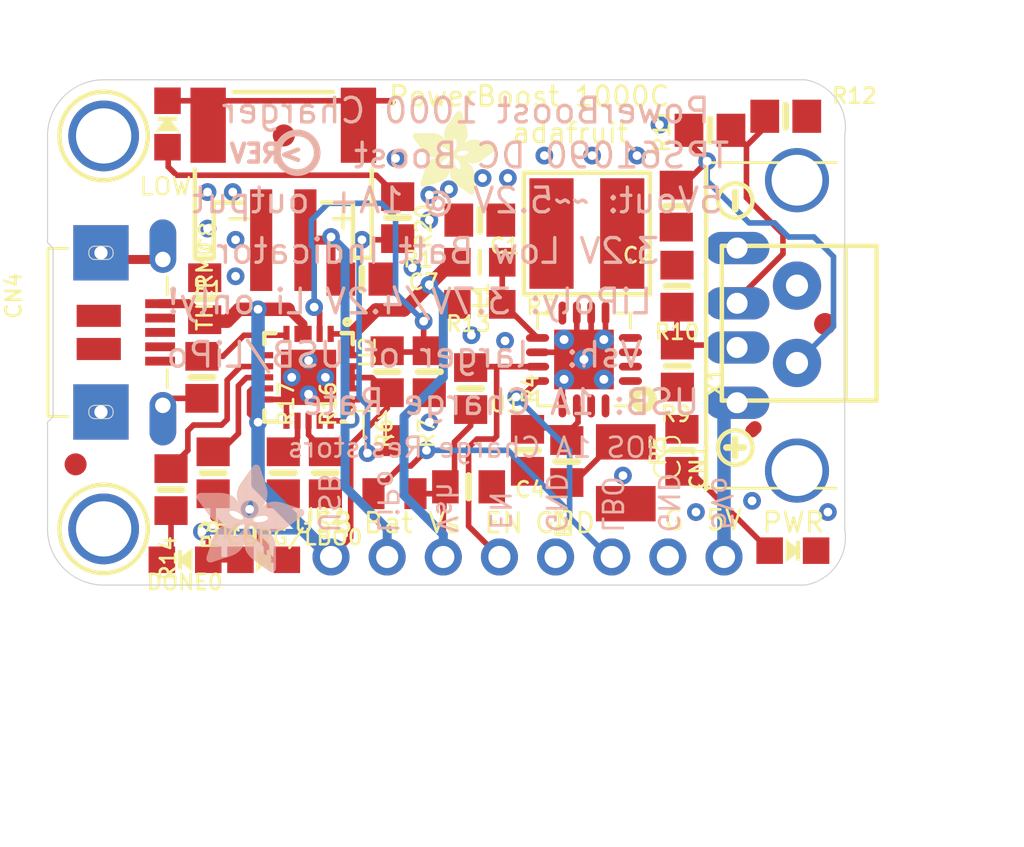
<source format=kicad_pcb>
(kicad_pcb (version 20211014) (generator pcbnew)
  (layers (0 "F.Cu" signal) (31 "B.Cu" signal) (34 "B.Paste" user) (35 "F.Paste" user) (36 "B.SilkS" user "B.Silkscreen") (37 "F.SilkS" user "F.Silkscreen") (38 "B.Mask" user) (39 "F.Mask" user) (44 "Edge.Cuts" user))
  (net 0 "")
  (net 1 "GND")
  (net 2 "N$1")
  (net 3 "N$3")
  (net 4 "5.0V")
  (net 5 "D+")
  (net 6 "D-")
  (net 7 "VBAT")
  (net 8 "N$2")
  (net 9 "ENABLE")
  (net 10 "N$5")
  (net 11 "N$6")
  (net 12 "LBO")
  (net 13 "N$4")
  (net 14 "N$7")
  (net 15 "N$9")
  (net 16 "N$11")
  (net 17 "N$16")
  (net 18 "N$10")
  (net 19 "VBUS")
  (net 20 "VLIPO")
  (net 21 "N$8")
  (net 22 "N$12")
  (net 23 "N$13")
  (footprint "boardEagle:0805-NO" (layer "F.Cu") (at 153.94542 110.8456 -90)
    (fp_text reference "R3")
    (fp_text value "1.87M")
  )
  (footprint "boardEagle:CHIPLED_0805_NOOUTLINE" (layer "F.Cu") (at 135.87942 95.5726)
    (fp_text reference "LED1" hide)
    (fp_text value "RED")
  )
  (footprint "boardEagle:SYMBOL_PLUS" (layer "F.Cu") (at 161.56542 110.2106)
    (fp_text reference "U$25" hide)
    (fp_text value "" hide)
  )
  (footprint "boardEagle:0805-NO" (layer "F.Cu") (at 149.59442 107.5446 90)
    (fp_text reference "R13")
    (fp_text value "200K")
  )
  (footprint "boardEagle:JSTPH2" (layer "F.Cu") (at 141.11842 97.1296)
    (fp_text reference "B1")
    (fp_text value "JST 2-PH")
  )
  (footprint "boardEagle:0805-NO" (layer "F.Cu") (at 159.15242 110.3376 -90)
    (fp_text reference "R5")
    (fp_text value "1K")
  )
  (footprint "boardEagle:0805-NO" (layer "F.Cu") (at 145.81742 106.7816 -90)
    (fp_text reference "R6")
    (fp_text value "270K")
  )
  (footprint "boardEagle:0805-NO" (layer "F.Cu") (at 158.89842 99.2886 -90)
    (fp_text reference "C2")
    (fp_text value "2.2uF")
  )
  (footprint "boardEagle:_0805MP" (layer "F.Cu") (at 150.00842 101.8286 180)
    (fp_text reference "R1")
    (fp_text value "1.87M")
  )
  (footprint "boardEagle:INDUCTOR_5X5MM_TDK_VLC5045" (layer "F.Cu") (at 154.85242 100.5296)
    (fp_text reference "L1")
    (fp_text value "6.8uH" hide)
  )
  (footprint "boardEagle:MOUNTINGHOLE_2.5_PLATED" (layer "F.Cu") (at 132.99042 113.8936)
    (fp_text reference "U$11" hide)
    (fp_text value "MOUNTINGHOLE2.5" hide)
  )
  (footprint "boardEagle:_0805MP" (layer "F.Cu") (at 150.00842 103.7336)
    (fp_text reference "R2")
    (fp_text value "340K")
  )
  (footprint "boardEagle:0805-NO" (layer "F.Cu") (at 146.29342 99.8106 -90)
    (fp_text reference "R20")
    (fp_text value "1K")
  )
  (footprint "boardEagle:0805-NO" (layer "F.Cu") (at 147.72242 106.7816 -90)
    (fp_text reference "R7")
    (fp_text value "100K")
  )
  (footprint "boardEagle:0805-NO" (layer "F.Cu") (at 152.16742 110.3376 90)
    (fp_text reference "R4")
    (fp_text value "200K")
  )
  (footprint "boardEagle:USB_HOST-PTH" (layer "F.Cu") (at 168.16942 104.6861 90)
    (fp_text reference "CN1")
    (fp_text value "USBA_FEMALE")
  )
  (footprint "boardEagle:CHIPLED_0805_NOOUTLINE" (layer "F.Cu") (at 164.17342 114.8776 -90)
    (fp_text reference "LED2" hide)
    (fp_text value "BLUE")
  )
  (footprint "boardEagle:0805-NO" (layer "F.Cu") (at 136.03842 112.1156 -90)
    (fp_text reference "R14")
    (fp_text value "1K")
  )
  (footprint "boardEagle:QFN20_4MM" (layer "F.Cu") (at 142.26142 107.0356 -90)
    (fp_text reference "U2")
    (fp_text value "MCP73871")
  )
  (footprint "boardEagle:1X08_ROUND" (layer "F.Cu") (at 152.16742 115.1636)
    (fp_text reference "JP2")
    (fp_text value "")
  )
  (footprint "boardEagle:4UCONN_20329" (layer "F.Cu") (at 134.76842 105.0036 -90)
    (fp_text reference "CN4")
    (fp_text value "MicroUSB")
    (fp_line (start -3.3 1.6) (end -3.3 2.2) (layer "Edge.Cuts") (width 0.05))
    (fp_line (start -3.9 2.2) (end -3.9 1.6) (layer "Edge.Cuts") (width 0.05))
    (fp_line (start 3.3 2.2) (end 3.3 1.6) (layer "Edge.Cuts") (width 0.05))
    (fp_line (start 3.9 1.6) (end 3.9 2.2) (layer "Edge.Cuts") (width 0.05))
    (fp_arc (start 3.6 1.35) (mid 3.801777 1.412868) (end 3.9 1.6) (layer "Edge.Cuts") (width 0.05))
    (fp_arc (start -3.6 1.35) (mid -3.398223 1.412868) (end -3.3 1.6) (layer "Edge.Cuts") (width 0.05))
    (fp_arc (start 3.9 2.2) (mid 3.801777 2.387132) (end 3.6 2.45) (layer "Edge.Cuts") (width 0.05))
    (fp_arc (start -3.3 2.2) (mid -3.398223 2.387132) (end -3.6 2.45) (layer "Edge.Cuts") (width 0.05))
    (fp_arc (start -3.6 2.45) (mid -3.801777 2.387132) (end -3.9 2.2) (layer "Edge.Cuts") (width 0.05))
    (fp_arc (start 3.3 1.6) (mid 3.398223 1.412868) (end 3.6 1.35) (layer "Edge.Cuts") (width 0.05))
    (fp_arc (start 3.6 2.45) (mid 3.398223 2.387132) (end 3.3 2.2) (layer "Edge.Cuts") (width 0.05))
    (fp_arc (start -3.9 1.6) (mid -3.801777 1.412868) (end -3.6 1.35) (layer "Edge.Cuts") (width 0.05))
  )
  (footprint "boardEagle:FIDUCIAL_1MM" (layer "F.Cu") (at 165.62942 104.6226)
    (fp_text reference "FID1" hide)
    (fp_text value "FIDUCIAL\"\"" hide)
  )
  (footprint "boardEagle:CHIPLED_0805_NOOUTLINE" (layer "F.Cu") (at 136.67342 115.2906 90)
    (fp_text reference "DONE0")
    (fp_text value "GREEN")
  )
  (footprint "boardEagle:0805-NO" (layer "F.Cu") (at 143.02342 111.3536 90)
    (fp_text reference "R16")
    (fp_text value "1.0K")
  )
  (footprint "boardEagle:SYMBOL_MINUS" (layer "F.Cu") (at 161.56542 99.0346 90)
    (fp_text reference "U$26" hide)
    (fp_text value "" hide)
  )
  (footprint "boardEagle:0805-NO" (layer "F.Cu") (at 141.11842 111.3536 90)
    (fp_text reference "R17")
    (fp_text value "100K")
  )
  (footprint "boardEagle:C1210" (layer "F.Cu") (at 156.61242 111.3536 -90)
    (fp_text reference "C6")
    (fp_text value "100uF")
  )
  (footprint "boardEagle:PVQFN-16" (layer "F.Cu") (at 154.72142 106.2276 180)
    (fp_text reference "U1")
    (fp_text value "TPS61090RSAR")
  )
  (footprint "boardEagle:FIDUCIAL_1MM" (layer "F.Cu") (at 141.14242 96.0906 90)
    (fp_text reference "FID2" hide)
    (fp_text value "FIDUCIAL\"\"" hide)
  )
  (footprint "boardEagle:0805-NO" (layer "F.Cu") (at 150.00842 99.9236 180)
    (fp_text reference "C1")
    (fp_text value "10uF")
  )
  (footprint "boardEagle:ADAFRUIT_3.5MM" (layer "F.Cu") (at 146.96042 98.7806)
    (fp_text reference "U$45" hide)
    (fp_text value "" hide)
  )
  (footprint "boardEagle:MOUNTINGHOLE_2.5_PLATED" (layer "F.Cu") (at 132.99042 96.1136)
    (fp_text reference "U$10" hide)
    (fp_text value "MOUNTINGHOLE2.5" hide)
  )
  (footprint "boardEagle:0805-NO" (layer "F.Cu") (at 137.43542 107.0356 90)
    (fp_text reference "THERM0")
    (fp_text value "15K")
  )
  (footprint "boardEagle:0805-NO" (layer "F.Cu") (at 158.93042 102.9106 90)
    (fp_text reference "R10")
    (fp_text value "49.9K")
  )
  (footprint "boardEagle:0805-NO" (layer "F.Cu") (at 160.42242 95.8596 180)
    (fp_text reference "R11")
    (fp_text value "75K 1%")
  )
  (footprint "boardEagle:0805-NO" (layer "F.Cu") (at 158.94842 106.5266 -90)
    (fp_text reference "R9")
    (fp_text value "43K")
  )
  (footprint "boardEagle:0805-NO" (layer "F.Cu") (at 163.85142 95.2246)
    (fp_text reference "R12")
    (fp_text value "49.9K 1%")
  )
  (footprint "boardEagle:TERMBLOCK_1X2-3.5MM" (layer "F.Cu") (at 164.35942 104.6861 90)
    (fp_text reference "X1")
    (fp_text value "")
  )
  (footprint "boardEagle:FIDUCIAL_1MM" (layer "F.Cu") (at 131.72042 110.9726)
    (fp_text reference "FID3" hide)
    (fp_text value "FIDUCIAL\"\"" hide)
  )
  (footprint "boardEagle:0805-NO" (layer "F.Cu") (at 137.94342 111.3536 -90)
    (fp_text reference "R8")
    (fp_text value "1K")
  )
  (footprint "boardEagle:SC59-BEC" (layer "F.Cu") (at 146.14762 111.0996)
    (fp_text reference "T1")
    (fp_text value "MMUN2133LT1G")
  )
  (footprint "boardEagle:0805-NO" (layer "F.Cu") (at 144.67442 102.5906)
    (fp_text reference "C7")
    (fp_text value "10uF")
  )
  (footprint "boardEagle:0805_10MGAP" (layer "F.Cu") (at 149.50042 111.9886)
    (fp_text reference "C4")
    (fp_text value "0.1uF")
  )
  (footprint "boardEagle:CHIPLED_0805_NOOUTLINE" (layer "F.Cu") (at 140.22942 115.2906 -90)
    (fp_text reference "CHRG/LBO0")
    (fp_text value "ORANGE")
  )
  (footprint "boardEagle:0805-NO" (layer "F.Cu") (at 137.56242 103.4796 90)
    (fp_text reference "C8")
    (fp_text value "10uF")
  )
  (footprint "boardEagle:PCBFEAT-REV-040" (layer "B.Cu") (at 141.75342 96.8756 180)
    (fp_text reference "U$12" hide)
    (fp_text value "" hide)
  )
  (footprint "boardEagle:ADAFRUIT_5MM" (layer "B.Cu") (at 137.20242 115.8576 90)
    (fp_text reference "U$28" hide)
    (fp_text value "" hide)
  )
  (gr_line (start 130.45042 109.0676) (end 130.45042 113.8936) (layer "Edge.Cuts") (width 0.05))
  (gr_line (start 132.99042 116.4336) (end 164.74042 116.4336) (layer "Edge.Cuts") (width 0.05))
  (gr_arc (start 130.45042 96.1136) (mid 131.194369 94.317549) (end 132.99042 93.5736) (layer "Edge.Cuts") (width 0.05))
  (gr_line (start 130.45042 96.1136) (end 130.45042 100.9396) (layer "Edge.Cuts") (width 0.05))
  (gr_line (start 130.70442 101.1936) (end 130.70442 108.8136) (layer "Edge.Cuts") (width 0.05))
  (gr_line (start 166.51842 113.8936) (end 166.51842 96.1136) (layer "Edge.Cuts") (width 0.05))
  (gr_line (start 164.74042 93.5736) (end 132.99042 93.5736) (layer "Edge.Cuts") (width 0.05))
  (gr_arc (start 164.74042 93.5736) (mid 166.155471 94.475364) (end 166.51842 96.1136) (layer "Edge.Cuts") (width 0.05))
  (gr_line (start 130.45042 100.9396) (end 130.70442 101.1936) (layer "Edge.Cuts") (width 0.05))
  (gr_line (start 130.70442 108.8136) (end 130.45042 109.0676) (layer "Edge.Cuts") (width 0.05))
  (gr_arc (start 132.99042 116.4336) (mid 131.194369 115.689651) (end 130.45042 113.8936) (layer "Edge.Cuts") (width 0.05))
  (gr_arc (start 166.51842 113.8936) (mid 166.155471 115.531836) (end 164.74042 116.4336) (layer "Edge.Cuts") (width 0.05))
  (gr_text "TPS61090 DC Boost" (at 152.80242 97.0026) (layer "B.SilkS") (effects (font (size 1.1176 1.1176) (thickness 0.1524)) (justify mirror)))
  (gr_text "EN" (at 150.38942 114.0206 -90) (layer "B.SilkS") (effects (font (size 0.89408 0.89408) (thickness 0.12192)) (justify left bottom mirror)))
  (gr_text "USB: 1A Charge Rate" (at 160.04142 108.8136) (layer "B.SilkS") (effects (font (size 1.1176 1.1176) (thickness 0.1524)) (justify left bottom mirror)))
  (gr_text "GND" (at 152.92942 114.1476 -90) (layer "B.SilkS") (effects (font (size 0.89408 0.89408) (thickness 0.12192)) (justify left bottom mirror)))
  (gr_text "LiPoly: 3.7V/4.2V Li only!" (at 146.83342 103.6066) (layer "B.SilkS") (effects (font (size 1.1176 1.1176) (thickness 0.1524)) (justify mirror)))
  (gr_text "5Vo" (at 160.42242 114.0206 -90) (layer "B.SilkS") (effects (font (size 0.89408 0.89408) (thickness 0.12192)) (justify left bottom mirror)))
  (gr_text "LBO" (at 155.46942 114.1476 -90) (layer "B.SilkS") (effects (font (size 0.89408 0.89408) (thickness 0.12192)) (justify left bottom mirror)))
  (gr_text "iOS 1A Charge Resistors" (at 149.62742 110.2106) (layer "B.SilkS") (effects (font (size 0.89408 0.89408) (thickness 0.12192)) (justify mirror)))
  (gr_text "GND" (at 158.00942 114.1476 -90) (layer "B.SilkS") (effects (font (size 0.89408 0.89408) (thickness 0.12192)) (justify left bottom mirror)))
  (gr_text "USB" (at 142.64242 114.1476 -90) (layer "B.SilkS") (effects (font (size 0.89408 0.89408) (thickness 0.12192)) (justify left bottom mirror)))
  (gr_text "PowerBoost 1000 Charger" (at 149.37342 94.9706) (layer "B.SilkS") (effects (font (size 1.1176 1.1176) (thickness 0.1524)) (justify mirror)))
  (gr_text "LiPo" (at 145.30942 114.1476 -90) (layer "B.SilkS") (effects (font (size 0.89408 0.89408) (thickness 0.12192)) (justify left bottom mirror)))
  (gr_text "Vsh" (at 147.97642 114.1476 -90) (layer "B.SilkS") (effects (font (size 0.89408 0.89408) (thickness 0.12192)) (justify left bottom mirror)))
  (gr_text "3.2V Low Batt Indicator" (at 148.10342 101.3206) (layer "B.SilkS") (effects (font (size 1.1176 1.1176) (thickness 0.1524)) (justify mirror)))
  (gr_text "5Vout: ~~5.2V @ 1A+ output" (at 148.99242 99.0346) (layer "B.SilkS") (effects (font (size 1.1176 1.1176) (thickness 0.1524)) (justify mirror)))
  (gr_text "Vsh:  larger of USB/LiPo" (at 146.57942 106.0196) (layer "B.SilkS") (effects (font (size 1.1176 1.1176) (thickness 0.1524)) (justify mirror)))
  (gr_text "adafruit" (at 151.40542 96.4946) (layer "F.SilkS") (effects (font (size 0.89408 0.89408) (thickness 0.12192)) (justify left bottom)))
  (gr_text "chrg" (at 137.05442 114.4016) (layer "F.SilkS") (effects (font (size 0.89408 0.89408) (thickness 0.12192)) (justify left bottom)))
  (gr_text "PWR" (at 164.20042 113.6026) (layer "F.SilkS") (effects (font (size 0.89408 0.89408) (thickness 0.12192))))
  (gr_text "LOW" (at 135.78442 98.3996) (layer "F.SilkS") (effects (font (size 0.78232 0.78232) (thickness 0.10668))))
  (gr_text "Vs" (at 147.59542 114.1476) (layer "F.SilkS") (effects (font (size 0.89408 0.89408) (thickness 0.12192)) (justify left bottom)))
  (gr_text "+" (at 143.02342 100.4316) (layer "F.SilkS") (effects (font (size 1.1176 1.1176) (thickness 0.1524)) (justify left bottom)))
  (gr_text "USB" (at 141.49942 114.1476) (layer "F.SilkS") (effects (font (size 0.89408 0.89408) (thickness 0.12192)) (justify left bottom)))
  (gr_text "5V" (at 160.16842 114.0206) (layer "F.SilkS") (effects (font (size 0.89408 0.89408) (thickness 0.12192)) (justify left bottom)))
  (gr_text "Bat" (at 144.67442 114.1476) (layer "F.SilkS") (effects (font (size 0.89408 0.89408) (thickness 0.12192)) (justify left bottom)))
  (gr_text "PowerBoost 1000C" (at 145.81742 94.8436) (layer "F.SilkS") (effects (font (size 0.89408 0.89408) (thickness 0.12192)) (justify left bottom)))
  (gr_text "G" (at 158.26342 114.0206) (layer "F.SilkS") (effects (font (size 0.89408 0.89408) (thickness 0.12192)) (justify left bottom)))
  (gr_text "-" (at 138.32442 100.4316) (layer "F.SilkS") (effects (font (size 1.1176 1.1176) (thickness 0.1524)) (justify left bottom)))
  (gr_text "GND" (at 152.42142 114.1476) (layer "F.SilkS") (effects (font (size 0.89408 0.89408) (thickness 0.12192)) (justify left bottom)))
  (gr_text "EN" (at 150.13542 114.1476) (layer "F.SilkS") (effects (font (size 0.89408 0.89408) (thickness 0.12192)) (justify left bottom)))
  (segment (start 152.62142 105.9026) (end 154.06242 105.9026) (width 0.254) (layer "F.Cu") (net 1))
  (segment (start 140.29642 108.0356) (end 142.02342 108.0356) (width 0.254) (layer "F.Cu") (net 1))
  (segment (start 141.26142 107.2736) (end 141.49942 107.0356) (width 0.254) (layer "F.Cu") (net 1))
  (segment (start 153.89142 105.2576) (end 153.82142 105.3276) (width 0.254) (layer "F.Cu") (net 1))
  (segment (start 146.00442 94.5226) (end 146.07142 94.5896) (width 0.254) (layer "F.Cu") (net 1))
  (segment (start 154.39642 105.1876) (end 154.32642 105.2576) (width 0.254) (layer "F.Cu") (net 1))
  (segment (start 154.39642 104.1276) (end 154.39642 105.1876) (width 0.254) (layer "F.Cu") (net 1))
  (segment (start 155.04642 104.1276) (end 155.04642 105.4696) (width 0.254) (layer "F.Cu") (net 1))
  (segment (start 135.66842 108.1786) (end 135.66842 108.3036) (width 0.254) (layer "F.Cu") (net 1))
  (segment (start 137.43542 107.9856) (end 135.98642 107.9856) (width 0.254) (layer "F.Cu") (net 1))
  (segment (start 154.06242 105.9026) (end 154.07242 105.8926) (width 0.254) (layer "F.Cu") (net 1))
  (segment (start 155.69642 105.2526) (end 155.62142 105.3276) (width 0.254) (layer "F.Cu") (net 1))
  (segment (start 135.78442 108.1786) (end 135.66842 108.1786) (width 0.254) (layer "F.Cu") (net 1))
  (segment (start 153.74642 108.3276) (end 153.74642 107.3616) (width 0.254) (layer "F.Cu") (net 1))
  (segment (start 142.02342 108.0356) (end 142.26142 107.7976) (width 0.254) (layer "F.Cu") (net 1))
  (segment (start 135.87942 94.5226) (end 146.00442 94.5226) (width 0.254) (layer "F.Cu") (net 1))
  (segment (start 135.66842 101.7036) (end 133.29542 101.7036) (width 0.4064) (layer "F.Cu") (net 1))
  (segment (start 155.69642 104.1276) (end 155.69642 105.2526) (width 0.254) (layer "F.Cu") (net 1))
  (segment (start 153.85642 107.1626) (end 153.82142 107.1276) (width 0.254) (layer "F.Cu") (net 1))
  (segment (start 153.82142 105.6416) (end 154.07242 105.8926) (width 0.254) (layer "F.Cu") (net 1))
  (segment (start 153.94542 107.1626) (end 153.85642 107.1626) (width 0.254) (layer "F.Cu") (net 1))
  (segment (start 153.82142 105.3276) (end 153.82142 105.6416) (width 0.254) (layer "F.Cu") (net 1))
  (segment (start 153.74642 107.3616) (end 153.94542 107.1626) (width 0.254) (layer "F.Cu") (net 1))
  (segment (start 135.35942 108.6036) (end 135.78442 108.1786) (width 0.4064) (layer "F.Cu") (net 1))
  (segment (start 141.26142 109.0006) (end 141.26142 107.2736) (width 0.254) (layer "F.Cu") (net 1))
  (segment (start 155.04642 105.4696) (end 155.21542 105.6386) (width 0.254) (layer "F.Cu") (net 1))
  (segment (start 135.98642 107.9856) (end 135.66842 108.3036) (width 0.254) (layer "F.Cu") (net 1))
  (segment (start 154.32642 105.2576) (end 153.89142 105.2576) (width 0.254) (layer "F.Cu") (net 1))
  (via (at 155.08842 97.0026) (size 0.8001) (drill 0.3937) (layers "F.Cu" "B.Cu") (net 1))
  (via (at 147.72242 98.7806) (size 0.8001) (drill 0.3937) (layers "F.Cu" "B.Cu") (net 1))
  (via (at 156.48542 111.4806) (size 0.8001) (drill 0.3937) (layers "F.Cu" "B.Cu") (net 1))
  (via (at 142.26142 106.2736) (size 0.8001) (drill 0.3937) (layers "F.Cu" "B.Cu") (net 1))
  (via (at 146.19842 97.1296) (size 0.8001) (drill 0.3937) (layers "F.Cu" "B.Cu") (net 1))
  (via (at 147.72242 99.9236) (size 0.8001) (drill 0.3937) (layers "F.Cu" "B.Cu") (net 1))
  (via (at 137.68942 100.3046) (size 0.8001) (drill 0.3937) (layers "F.Cu" "B.Cu") (net 1))
  (via (at 138.83242 98.6536) (size 0.8001) (drill 0.3937) (layers "F.Cu" "B.Cu") (net 1))
  (via (at 143.02342 107.0356) (size 0.8001) (drill 0.3937) (layers "F.Cu" "B.Cu") (net 1))
  (via (at 162.32742 112.6236) (size 0.8001) (drill 0.3937) (layers "F.Cu" "B.Cu") (net 1))
  (via (at 148.61142 98.5266) (size 0.8001) (drill 0.3937) (layers "F.Cu" "B.Cu") (net 1))
  (via (at 147.72242 109.0676) (size 0.8001) (drill 0.3937) (layers "F.Cu" "B.Cu") (net 1))
  (via (at 158.13642 95.6056) (size 0.8001) (drill 0.3937) (layers "F.Cu" "B.Cu") (net 1))
  (via (at 157.12042 97.0026) (size 0.8001) (drill 0.3937) (layers "F.Cu" "B.Cu") (net 1))
  (via (at 138.95942 102.4636) (size 0.8001) (drill 0.3937) (layers "F.Cu" "B.Cu") (net 1))
  (via (at 165.75642 113.1316) (size 0.8001) (drill 0.3937) (layers "F.Cu" "B.Cu") (net 1))
  (via (at 142.26142 107.7976) (size 0.8001) (drill 0.3937) (layers "F.Cu" "B.Cu") (net 1))
  (via (at 139.59442 113.0046) (size 0.8001) (drill 0.3937) (layers "F.Cu" "B.Cu") (net 1))
  (via (at 159.78742 113.1316) (size 0.8001) (drill 0.3937) (layers "F.Cu" "B.Cu") (net 1))
  (via (at 141.49942 107.0356) (size 0.8001) (drill 0.3937) (layers "F.Cu" "B.Cu") (net 1))
  (via (at 138.95942 100.8126) (size 0.8001) (drill 0.3937) (layers "F.Cu" "B.Cu") (net 1))
  (via (at 151.27842 98.0186) (size 0.8001) (drill 0.3937) (layers "F.Cu" "B.Cu") (net 1))
  (via (at 146.96042 102.0826) (size 0.8001) (drill 0.3937) (layers "F.Cu" "B.Cu") (net 1))
  (via (at 150.13542 98.0186) (size 0.8001) (drill 0.3937) (layers "F.Cu" "B.Cu") (net 1))
  (via (at 137.68942 98.6536) (size 0.8001) (drill 0.3937) (layers "F.Cu" "B.Cu") (net 1))
  (via (at 151.15142 105.3846) (size 0.8001) (drill 0.3937) (layers "F.Cu" "B.Cu") (net 1))
  (via (at 152.92942 97.0026) (size 0.8001) (drill 0.3937) (layers "F.Cu" "B.Cu") (net 1))
  (via (at 149.62742 105.1306) (size 0.8001) (drill 0.3937) (layers "F.Cu" "B.Cu") (net 1))
  (segment (start 152.62142 105.2526) (end 151.46642 104.0976) (width 0.254) (layer "F.Cu") (net 3))
  (segment (start 151.46642 104.0976) (end 151.38842 104.0976) (width 0.254) (layer "F.Cu") (net 3))
  (segment (start 151.38842 104.0976) (end 151.02442 103.7336) (width 0.254) (layer "F.Cu") (net 3))
  (segment (start 151.02442 101.8286) (end 151.02442 103.7336) (width 0.254) (layer "F.Cu") (net 3))
  (segment (start 159.21342 98.3386) (end 160.29542 97.2566) (width 0.254) (layer "F.Cu") (net 4))
  (segment (start 154.26542 111.7956) (end 153.94542 111.7956) (width 0.254) (layer "F.Cu") (net 4))
  (segment (start 159.47242 95.8596) (end 159.47242 96.4336) (width 0.254) (layer "F.Cu") (net 4))
  (segment (start 155.46942 110.5916) (end 154.26542 111.7956) (width 0.254) (layer "F.Cu") (net 4))
  (segment (start 162.83542 108.0516) (end 162.58142 108.0516) (width 0.254) (layer "F.Cu") (net 4))
  (segment (start 155.97442 110.5916) (end 156.61242 109.9536) (width 0.254) (layer "F.Cu") (net 4))
  (segment (start 162.44692 108.1861) (end 161.64942 108.1861) (width 0.254) (layer "F.Cu") (net 4))
  (segment (start 159.47242 96.4336) (end 160.29542 97.2566) (width 0.254) (layer "F.Cu") (net 4))
  (segment (start 162.58142 108.0516) (end 162.44692 108.1861) (width 0.254) (layer "F.Cu") (net 4))
  (segment (start 155.46942 110.5916) (end 155.97442 110.5916) (width 0.254) (layer "F.Cu") (net 4))
  (segment (start 158.89842 98.3386) (end 159.21342 98.3386) (width 0.254) (layer "F.Cu") (net 4))
  (segment (start 162.32742 109.4486) (end 162.45442 109.3216) (width 0.6096) (layer "F.Cu") (net 4))
  (via (at 160.29542 97.2566) (size 0.8001) (drill 0.3937) (layers "F.Cu" "B.Cu") (net 4))
  (segment (start 166.01042 104.7351) (end 164.35942 106.3861) (width 0.254) (layer "B.Cu") (net 4))
  (segment (start 163.34342 100.0506) (end 163.97842 100.6856) (width 0.254) (layer "B.Cu") (net 4))
  (segment (start 166.01042 101.5746) (end 166.01042 104.7351) (width 0.254) (layer "B.Cu") (net 4))
  (segment (start 162.20042 100.0506) (end 163.34342 100.0506) (width 0.254) (layer "B.Cu") (net 4))
  (segment (start 161.05742 108.7781) (end 161.64942 108.1861) (width 0.6096) (layer "B.Cu") (net 4))
  (segment (start 163.97842 100.6856) (end 165.12142 100.6856) (width 0.254) (layer "B.Cu") (net 4))
  (segment (start 165.12142 100.6856) (end 166.01042 101.5746) (width 0.254) (layer "B.Cu") (net 4))
  (segment (start 160.29542 98.1456) (end 162.20042 100.0506) (width 0.254) (layer "B.Cu") (net 4))
  (segment (start 161.05742 115.1636) (end 161.05742 108.7781) (width 0.6096) (layer "B.Cu") (net 4))
  (segment (start 160.29542 97.2566) (end 160.29542 98.1456) (width 0.254) (layer "B.Cu") (net 4))
  (segment (start 161.64942 103.5226) (end 161.64942 103.6861) (width 0.254) (layer "F.Cu") (net 5))
  (segment (start 163.72442 101.4476) (end 161.64942 103.5226) (width 0.254) (layer "F.Cu") (net 5))
  (segment (start 162.07342 98.9076) (end 162.07342 96.5606) (width 0.254) (layer "F.Cu") (net 5))
  (segment (start 162.07342 98.9076) (end 163.72442 100.5586) (width 0.254) (layer "F.Cu") (net 5))
  (segment (start 162.90142 95.2246) (end 162.90142 95.7326) (width 0.254) (layer "F.Cu") (net 5))
  (segment (start 163.72442 100.5586) (end 163.72442 101.4476) (width 0.254) (layer "F.Cu") (net 5))
  (segment (start 162.07342 96.5606) (end 161.37242 95.8596) (width 0.254) (layer "F.Cu") (net 5))
  (segment (start 162.90142 95.7326) (end 162.07342 96.5606) (width 0.254) (layer "F.Cu") (net 5))
  (segment (start 158.94842 105.5766) (end 161.53992 105.5766) (width 0.254) (layer "F.Cu") (net 6))
  (segment (start 158.93042 105.5586) (end 158.94842 105.5766) (width 0.254) (layer "F.Cu") (net 6))
  (segment (start 161.53992 105.5766) (end 161.64942 105.6861) (width 0.254) (layer "F.Cu") (net 6))
  (segment (start 158.93042 103.8606) (end 158.93042 105.5586) (width 0.254) (layer "F.Cu") (net 6))
  (segment (start 148.99242 101.9556) (end 148.99242 101.8286) (width 0.6096) (layer "F.Cu") (net 7))
  (segment (start 148.35742 112.0816) (end 148.45042 111.9886) (width 0.3048) (layer "F.Cu") (net 7))
  (segment (start 149.59442 108.4946) (end 149.59442 109.2276) (width 0.254) (layer "F.Cu") (net 7))
  (segment (start 143.26142 105.0706) (end 144.10642 105.0706) (width 0.254) (layer "F.Cu") (net 7))
  (segment (start 148.35742 112.9436) (end 148.35742 112.0816) (width 0.3048) (layer "F.Cu") (net 7))
  (segment (start 148.13942 112.2996) (end 148.45042 111.9886) (width 0.254) (layer "F.Cu") (net 7))
  (segment (start 144.22642 105.295807) (end 144.279023 105.243204) (width 0.254) (layer "F.Cu") (net 7))
  (segment (start 144.22642 106.0356) (end 144.22642 105.295807) (width 0.254) (layer "F.Cu") (net 7))
  (segment (start 144.10642 105.0706) (end 144.16642 105.1306) (width 0.254) (layer "F.Cu") (net 7))
  (segment (start 147.09762 112.2996) (end 148.13942 112.2996) (width 0.254) (layer "F.Cu") (net 7))
  (segment (start 149.59442 109.2276) (end 148.86542 109.9566) (width 0.254) (layer "F.Cu") (net 7))
  (segment (start 145.30942 103.9876) (end 146.57942 103.9876) (width 0.6096) (layer "F.Cu") (net 7))
  (segment (start 144.16642 105.1306) (end 145.30942 103.9876) (width 0.6096) (layer "F.Cu") (net 7))
  (segment (start 148.35742 112.9436) (end 148.35742 115.1636) (width 0.254) (layer "F.Cu") (net 7))
  (segment (start 147.72242 102.8446) (end 148.61142 101.9556) (width 0.6096) (layer "F.Cu") (net 7))
  (segment (start 146.57942 103.9876) (end 147.72242 102.8446) (width 0.6096) (layer "F.Cu") (net 7))
  (segment (start 148.61142 101.9556) (end 148.99242 101.9556) (width 0.6096) (layer "F.Cu") (net 7))
  (segment (start 144.279023 105.243204) (end 144.16642 105.1306) (width 0.254) (layer "F.Cu") (net 7))
  (segment (start 148.86542 111.5736) (end 148.45042 111.9886) (width 0.254) (layer "F.Cu") (net 7))
  (segment (start 148.86542 109.9566) (end 148.86542 111.5736) (width 0.254) (layer "F.Cu") (net 7))
  (via (at 147.72242 102.8446) (size 0.8001) (drill 0.3937) (layers "F.Cu" "B.Cu") (net 7))
  (segment (start 147.72242 102.8446) (end 148.35742 103.4796) (width 0.4064) (layer "B.Cu") (net 7))
  (segment (start 146.57942 108.8136) (end 146.57942 112.3696) (width 0.4064) (layer "B.Cu") (net 7))
  (segment (start 148.35742 114.1476) (end 148.35742 115.1636) (width 0.4064) (layer "B.Cu") (net 7))
  (segment (start 148.35742 103.4796) (end 148.35742 107.0356) (width 0.4064) (layer "B.Cu") (net 7))
  (segment (start 148.35742 107.0356) (end 146.57942 108.8136) (width 0.4064) (layer "B.Cu") (net 7))
  (segment (start 146.57942 112.3696) (end 148.35742 114.1476) (width 0.4064) (layer "B.Cu") (net 7))
  (segment (start 146.29342 98.8606) (end 145.32442 97.8916) (width 0.254) (layer "F.Cu") (net 8))
  (segment (start 135.91142 97.5106) (end 135.91142 96.6546) (width 0.254) (layer "F.Cu") (net 8))
  (segment (start 136.29242 97.8916) (end 135.91142 97.5106) (width 0.254) (layer "F.Cu") (net 8))
  (segment (start 145.32442 97.8916) (end 136.29242 97.8916) (width 0.254) (layer "F.Cu") (net 8))
  (segment (start 135.91142 96.6546) (end 135.87942 96.6226) (width 0.254) (layer "F.Cu") (net 8))
  (segment (start 149.50042 113.7666) (end 149.50042 110.2106) (width 0.254) (layer "F.Cu") (net 9))
  (segment (start 149.88142 109.8296) (end 150.64342 109.8296) (width 0.254) (layer "F.Cu") (net 9))
  (segment (start 152.62142 106.5526) (end 150.77042 106.5526) (width 0.254) (layer "F.Cu") (net 9))
  (segment (start 150.64342 109.8296) (end 150.77042 109.7026) (width 0.254) (layer "F.Cu") (net 9))
  (segment (start 149.63642 106.5526) (end 149.59442 106.5946) (width 0.254) (layer "F.Cu") (net 9))
  (segment (start 150.77042 106.5526) (end 149.63642 106.5526) (width 0.254) (layer "F.Cu") (net 9))
  (segment (start 149.50042 113.7666) (end 150.89742 115.1636) (width 0.254) (layer "F.Cu") (net 9))
  (segment (start 149.50042 110.2106) (end 149.88142 109.8296) (width 0.254) (layer "F.Cu") (net 9))
  (segment (start 150.77042 109.7026) (end 150.77042 106.5526) (width 0.254) (layer "F.Cu") (net 9))
  (segment (start 154.19942 109.3216) (end 154.45342 109.0676) (width 0.254) (layer "F.Cu") (net 10))
  (segment (start 153.94542 109.8956) (end 153.94542 109.5756) (width 0.254) (layer "F.Cu") (net 10))
  (segment (start 152.16742 109.3876) (end 152.16742 109.3216) (width 0.254) (layer "F.Cu") (net 10))
  (segment (start 152.16742 109.3216) (end 154.19942 109.3216) (width 0.254) (layer "F.Cu") (net 10))
  (segment (start 154.45342 109.0676) (end 154.45342 108.3846) (width 0.254) (layer "F.Cu") (net 10))
  (segment (start 154.45342 108.3846) (end 154.39642 108.3276) (width 0.254) (layer "F.Cu") (net 10))
  (segment (start 153.94542 109.5756) (end 154.19942 109.3216) (width 0.254) (layer "F.Cu") (net 10))
  (segment (start 145.58262 110.4646) (end 146.14762 109.8996) (width 0.254) (layer "F.Cu") (net 11))
  (segment (start 144.67442 100.8126) (end 146.24142 100.8126) (width 0.254) (layer "F.Cu") (net 11))
  (segment (start 146.24142 100.8126) (end 146.29342 100.7606) (width 0.254) (layer "F.Cu") (net 11))
  (segment (start 144.92842 110.4646) (end 145.58262 110.4646) (width 0.254) (layer "F.Cu") (net 11))
  (via (at 144.92842 110.4646) (size 0.8001) (drill 0.3937) (layers "F.Cu" "B.Cu") (net 11))
  (via (at 144.67442 100.8126) (size 0.8001) (drill 0.3937) (layers "F.Cu" "B.Cu") (net 11))
  (segment (start 144.54742 107.9246) (end 144.92842 108.3056) (width 0.254) (layer "B.Cu") (net 11))
  (segment (start 144.54742 100.9396) (end 144.54742 107.9246) (width 0.254) (layer "B.Cu") (net 11))
  (segment (start 144.67442 100.8126) (end 144.54742 100.9396) (width 0.254) (layer "B.Cu") (net 11))
  (segment (start 144.92842 108.3056) (end 144.92842 110.4646) (width 0.254) (layer "B.Cu") (net 11))
  (segment (start 147.59542 110.3376) (end 146.88822 111.0448) (width 0.254) (layer "F.Cu") (net 12))
  (segment (start 146.45242 111.0448) (end 145.19762 112.2996) (width 0.254) (layer "F.Cu") (net 12))
  (segment (start 146.88822 111.0448) (end 146.45242 111.0448) (width 0.254) (layer "F.Cu") (net 12))
  (segment (start 152.62142 107.2026) (end 151.89942 107.9246) (width 0.254) (layer "F.Cu") (net 12))
  (segment (start 151.89942 107.9246) (end 151.65942 107.9246) (width 0.254) (layer "F.Cu") (net 12))
  (via (at 151.65942 107.9246) (size 0.8001) (drill 0.3937) (layers "F.Cu" "B.Cu") (net 12))
  (via (at 147.59542 110.3376) (size 0.8001) (drill 0.3937) (layers "F.Cu" "B.Cu") (net 12))
  (segment (start 154.07242 113.1316) (end 154.07242 113.3856) (width 0.254) (layer "B.Cu") (net 12))
  (segment (start 155.85042 115.1636) (end 155.97742 115.1636) (width 0.254) (layer "B.Cu") (net 12))
  (segment (start 154.07242 113.3856) (end 155.85042 115.1636) (width 0.254) (layer "B.Cu") (net 12))
  (segment (start 151.65942 107.9246) (end 154.07242 110.3376) (width 0.254) (layer "B.Cu") (net 12))
  (segment (start 147.59542 110.3376) (end 151.27842 110.3376) (width 0.254) (layer "B.Cu") (net 12))
  (segment (start 151.27842 110.3376) (end 154.07242 113.1316) (width 0.254) (layer "B.Cu") (net 12))
  (segment (start 154.07242 110.3376) (end 154.07242 113.1316) (width 0.254) (layer "B.Cu") (net 12))
  (segment (start 159.15242 111.2876) (end 159.53342 111.2876) (width 0.254) (layer "F.Cu") (net 13))
  (segment (start 159.53342 111.2876) (end 163.12342 114.8776) (width 0.254) (layer "F.Cu") (net 13))
  (segment (start 142.76142 105.0706) (end 142.76142 104.1066) (width 0.254) (layer "F.Cu") (net 14))
  (segment (start 147.66142 105.8926) (end 147.72242 105.8316) (width 0.254) (layer "F.Cu") (net 14))
  (segment (start 147.46842 104.4956) (end 147.46842 105.5776) (width 0.254) (layer "F.Cu") (net 14))
  (segment (start 142.76142 104.1066) (end 142.51542 103.8606) (width 0.254) (layer "F.Cu") (net 14))
  (segment (start 147.46842 105.5776) (end 147.72242 105.8316) (width 0.254) (layer "F.Cu") (net 14))
  (segment (start 145.81742 105.8316) (end 145.88342 105.8316) (width 0.254) (layer "F.Cu") (net 14))
  (segment (start 147.72242 105.8316) (end 147.78342 105.8926) (width 0.254) (layer "F.Cu") (net 14))
  (segment (start 145.94442 105.8926) (end 147.66142 105.8926) (width 0.254) (layer "F.Cu") (net 14))
  (segment (start 145.88342 105.8316) (end 145.94442 105.8926) (width 0.254) (layer "F.Cu") (net 14))
  (via (at 147.46842 104.4956) (size 0.8001) (drill 0.3937) (layers "F.Cu" "B.Cu") (net 14))
  (via (at 142.51542 103.8606) (size 0.8001) (drill 0.3937) (layers "F.Cu" "B.Cu") (net 14))
  (segment (start 142.51542 101.1936) (end 142.38842 101.0666) (width 0.254) (layer "B.Cu") (net 14))
  (segment (start 142.51542 103.8606) (end 142.51542 101.1936) (width 0.254) (layer "B.Cu") (net 14))
  (segment (start 142.38842 101.0666) (end 142.38842 99.9236) (width 0.254) (layer "B.Cu") (net 14))
  (segment (start 146.19842 99.7966) (end 146.19842 103.2256) (width 0.254) (layer "B.Cu") (net 14))
  (segment (start 142.38842 99.9236) (end 143.15042 99.1616) (width 0.254) (layer "B.Cu") (net 14))
  (segment (start 143.15042 99.1616) (end 145.56342 99.1616) (width 0.254) (layer "B.Cu") (net 14))
  (segment (start 146.19842 103.2256) (end 147.46842 104.4956) (width 0.254) (layer "B.Cu") (net 14))
  (segment (start 145.56342 99.1616) (end 146.19842 99.7966) (width 0.254) (layer "B.Cu") (net 14))
  (segment (start 138.57842 108.9406) (end 138.32442 109.1946) (width 0.254) (layer "F.Cu") (net 15))
  (segment (start 140.283654 106.548366) (end 140.29642 106.5356) (width 0.254) (layer "F.Cu") (net 15))
  (segment (start 136.80042 110.3376) (end 136.03842 111.0996) (width 0.254) (layer "F.Cu") (net 15))
  (segment (start 138.32442 109.1946) (end 137.05442 109.1946) (width 0.254) (layer "F.Cu") (net 15))
  (segment (start 139.192654 106.548366) (end 140.283654 106.548366) (width 0.254) (layer "F.Cu") (net 15))
  (segment (start 137.05442 109.1946) (end 136.80042 109.4486) (width 0.254) (layer "F.Cu") (net 15))
  (segment (start 136.80042 109.4486) (end 136.80042 110.3376) (width 0.254) (layer "F.Cu") (net 15))
  (segment (start 136.03842 111.0996) (end 136.03842 111.1656) (width 0.254) (layer "F.Cu") (net 15))
  (segment (start 138.57842 107.1626) (end 138.57842 108.9406) (width 0.254) (layer "F.Cu") (net 15))
  (segment (start 139.192654 106.548366) (end 138.57842 107.1626) (width 0.254) (layer "F.Cu") (net 15))
  (segment (start 138.13642 110.2106) (end 137.94342 110.4036) (width 0.254) (layer "F.Cu") (net 16))
  (segment (start 139.454654 107.048366) (end 139.08642 107.4166) (width 0.254) (layer "F.Cu") (net 16))
  (segment (start 139.08642 109.5756) (end 138.45142 110.2106) (width 0.254) (layer "F.Cu") (net 16))
  (segment (start 139.08642 107.4166) (end 139.08642 109.5756) (width 0.254) (layer "F.Cu") (net 16))
  (segment (start 139.454654 107.048366) (end 140.283654 107.048366) (width 0.254) (layer "F.Cu") (net 16))
  (segment (start 138.45142 110.2106) (end 138.13642 110.2106) (width 0.254) (layer "F.Cu") (net 16))
  (segment (start 140.283654 107.048366) (end 140.29642 107.0356) (width 0.254) (layer "F.Cu") (net 16))
  (segment (start 142.26142 109.6416) (end 143.02342 110.4036) (width 0.254) (layer "F.Cu") (net 17))
  (segment (start 142.26142 109.0006) (end 142.26142 109.6416) (width 0.254) (layer "F.Cu") (net 17))
  (segment (start 137.43542 106.0856) (end 138.38542 106.0856) (width 0.254) (layer "F.Cu") (net 18))
  (segment (start 138.38542 106.0856) (end 139.34042 105.1306) (width 0.254) (layer "F.Cu") (net 18))
  (segment (start 141.266788 105.075969) (end 141.26142 105.0706) (width 0.254) (layer "F.Cu") (net 18))
  (segment (start 141.266788 105.1306) (end 141.266788 105.075969) (width 0.254) (layer "F.Cu") (net 18))
  (segment (start 139.34042 105.1306) (end 141.266788 105.1306) (width 0.254) (layer "F.Cu") (net 18))
  (segment (start 142.26142 105.0706) (end 142.095379 105.0706) (width 0.254) (layer "F.Cu") (net 19))
  (segment (start 145.134185 107.048366) (end 145.81742 107.7316) (width 0.254) (layer "F.Cu") (net 19))
  (segment (start 139.59442 108.6866) (end 139.97542 109.0676) (width 0.254) (layer "F.Cu") (net 19))
  (segment (start 137.62842 104.4956) (end 137.56242 104.4296) (width 0.6096) (layer "F.Cu") (net 19))
  (segment (start 142.082613 105.083366) (end 142.00742 105.008172) (width 0.6096) (layer "F.Cu") (net 19))
  (segment (start 144.239185 107.048366) (end 144.22642 107.0356) (width 0.254) (layer "F.Cu") (net 19))
  (segment (start 139.59442 107.6706) (end 139.59442 108.6866) (width 0.254) (layer "F.Cu") (net 19))
  (segment (start 139.11642 103.9576) (end 139.97542 103.9576) (width 0.6096) (layer "F.Cu") (net 19))
  (segment (start 145.134185 107.048366) (end 144.239185 107.048366) (width 0.254) (layer "F.Cu") (net 19))
  (segment (start 138.57842 104.4956) (end 139.11642 103.9576) (width 0.6096) (layer "F.Cu") (net 19))
  (segment (start 142.095379 105.0706) (end 142.082613 105.083366) (width 0.254) (layer "F.Cu") (net 19))
  (segment (start 137.72342 114.3086) (end 137.43542 114.0206) (width 0.254) (layer "F.Cu") (net 19))
  (segment (start 137.72342 115.2906) (end 137.72342 114.3086) (width 0.254) (layer "F.Cu") (net 19))
  (segment (start 140.283654 107.548366) (end 140.29642 107.5356) (width 0.254) (layer "F.Cu") (net 19))
  (segment (start 142.00742 105.008172) (end 142.00742 104.6226) (width 0.4064) (layer "F.Cu") (net 19))
  (segment (start 137.72342 115.2906) (end 139.17942 115.2906) (width 0.254) (layer "F.Cu") (net 19))
  (segment (start 136.83642 103.7036) (end 137.56242 104.4296) (width 0.4064) (layer "F.Cu") (net 19))
  (segment (start 139.716654 107.548366) (end 140.283654 107.548366) (width 0.254) (layer "F.Cu") (net 19))
  (segment (start 139.97542 103.9576) (end 141.34242 103.9576) (width 0.6096) (layer "F.Cu") (net 19))
  (segment (start 141.76142 105.0706) (end 142.26142 105.0706) (width 0.254) (layer "F.Cu") (net 19))
  (segment (start 144.22642 107.0356) (end 144.22642 107.5356) (width 0.254) (layer "F.Cu") (net 19))
  (segment (start 144.22642 106.5356) (end 144.22642 107.0356) (width 0.254) (layer "F.Cu") (net 19))
  (segment (start 139.716654 107.548366) (end 139.59442 107.6706) (width 0.254) (layer "F.Cu") (net 19))
  (segment (start 145.634185 107.548366) (end 145.81742 107.7316) (width 0.4064) (layer "F.Cu") (net 19))
  (segment (start 141.34242 103.9576) (end 142.00742 104.6226) (width 0.4064) (layer "F.Cu") (net 19))
  (segment (start 144.16642 114.2746) (end 143.27742 115.1636) (width 0.254) (layer "F.Cu") (net 19))
  (segment (start 145.81742 107.7316) (end 145.81742 108.4326) (width 0.254) (layer "F.Cu") (net 19))
  (segment (start 135.54342 103.7036) (end 136.83642 103.7036) (width 0.4064) (layer "F.Cu") (net 19))
  (segment (start 145.81742 108.4326) (end 144.16642 110.0836) (width 0.254) (layer "F.Cu") (net 19))
  (segment (start 144.16642 110.0836) (end 144.16642 114.2746) (width 0.254) (layer "F.Cu") (net 19))
  (segment (start 138.57842 104.4956) (end 137.62842 104.4956) (width 0.6096) (layer "F.Cu") (net 19))
  (via (at 139.97542 109.0676) (size 0.8001) (drill 0.3937) (layers "F.Cu" "B.Cu") (net 19))
  (via (at 139.97542 103.9576) (size 0.8001) (drill 0.3937) (layers "F.Cu" "B.Cu") (net 19))
  (via (at 137.43542 114.0206) (size 0.8001) (drill 0.3937) (layers "F.Cu" "B.Cu") (net 19))
  (segment (start 137.43542 114.0206) (end 142.13442 114.0206) (width 0.254) (layer "B.Cu") (net 19))
  (segment (start 139.97542 109.0676) (end 139.97542 103.9576) (width 0.6096) (layer "B.Cu") (net 19))
  (segment (start 139.97542 111.8616) (end 142.13442 114.0206) (width 0.6096) (layer "B.Cu") (net 19))
  (segment (start 139.97542 109.0676) (end 139.97542 111.8616) (width 0.6096) (layer "B.Cu") (net 19))
  (segment (start 142.13442 114.0206) (end 143.27742 115.1636) (width 0.6096) (layer "B.Cu") (net 19))
  (segment (start 144.10642 109.0006) (end 144.16642 108.9406) (width 0.254) (layer "F.Cu") (net 20))
  (segment (start 143.13342 100.8296) (end 142.11842 100.8296) (width 0.4064) (layer "F.Cu") (net 20))
  (segment (start 143.27742 100.6856) (end 143.13342 100.8296) (width 0.4064) (layer "F.Cu") (net 20))
  (segment (start 144.22642 108.0356) (end 144.22642 108.8806) (width 0.254) (layer "F.Cu") (net 20))
  (segment (start 143.26142 109.0006) (end 144.10642 109.0006) (width 0.254) (layer "F.Cu") (net 20))
  (segment (start 143.72442 102.5906) (end 143.27742 102.1436) (width 0.4064) (layer "F.Cu") (net 20))
  (segment (start 142.76142 109.0006) (end 143.26142 109.0006) (width 0.254) (layer "F.Cu") (net 20))
  (segment (start 144.22642 108.8806) (end 144.16642 108.9406) (width 0.254) (layer "F.Cu") (net 20))
  (segment (start 143.27742 102.1436) (end 143.27742 100.6856) (width 0.4064) (layer "F.Cu") (net 20))
  (via (at 143.27742 100.6856) (size 0.8001) (drill 0.3937) (layers "F.Cu" "B.Cu") (net 20))
  (via (at 144.16642 108.9406) (size 0.8001) (drill 0.3937) (layers "F.Cu" "B.Cu") (net 20))
  (segment (start 143.91242 111.9886) (end 145.81742 113.8936) (width 0.4064) (layer "B.Cu") (net 20))
  (segment (start 143.27742 100.6856) (end 143.91242 101.3206) (width 0.4064) (layer "B.Cu") (net 20))
  (segment (start 145.81742 113.8936) (end 145.81742 115.1636) (width 0.4064) (layer "B.Cu") (net 20))
  (segment (start 144.16642 108.9406) (end 143.91242 108.9406) (width 0.4064) (layer "B.Cu") (net 20))
  (segment (start 143.91242 101.3206) (end 143.91242 108.9406) (width 0.4064) (layer "B.Cu") (net 20))
  (segment (start 143.91242 108.9406) (end 143.91242 111.9886) (width 0.4064) (layer "B.Cu") (net 20))
  (segment (start 136.03842 114.8756) (end 135.62342 115.2906) (width 0.254) (layer "F.Cu") (net 21))
  (segment (start 136.03842 113.0656) (end 136.03842 114.8756) (width 0.254) (layer "F.Cu") (net 21))
  (segment (start 140.35642 115.0366) (end 140.35642 114.6556) (width 0.254) (layer "F.Cu") (net 22))
  (segment (start 137.94342 113.3856) (end 137.94342 112.3036) (width 0.254) (layer "F.Cu") (net 22))
  (segment (start 139.72142 114.0206) (end 138.57842 114.0206) (width 0.254) (layer "F.Cu") (net 22))
  (segment (start 140.61042 115.2906) (end 140.35642 115.0366) (width 0.254) (layer "F.Cu") (net 22))
  (segment (start 138.57842 114.0206) (end 137.94342 113.3856) (width 0.254) (layer "F.Cu") (net 22))
  (segment (start 141.27942 115.2906) (end 140.61042 115.2906) (width 0.254) (layer "F.Cu") (net 22))
  (segment (start 140.35642 114.6556) (end 139.72142 114.0206) (width 0.254) (layer "F.Cu") (net 22))
  (segment (start 141.76142 109.0006) (end 141.76142 109.7606) (width 0.254) (layer "F.Cu") (net 23))
  (segment (start 141.76142 109.7606) (end 141.11842 110.4036) (width 0.254) (layer "F.Cu") (net 23))
)
</source>
